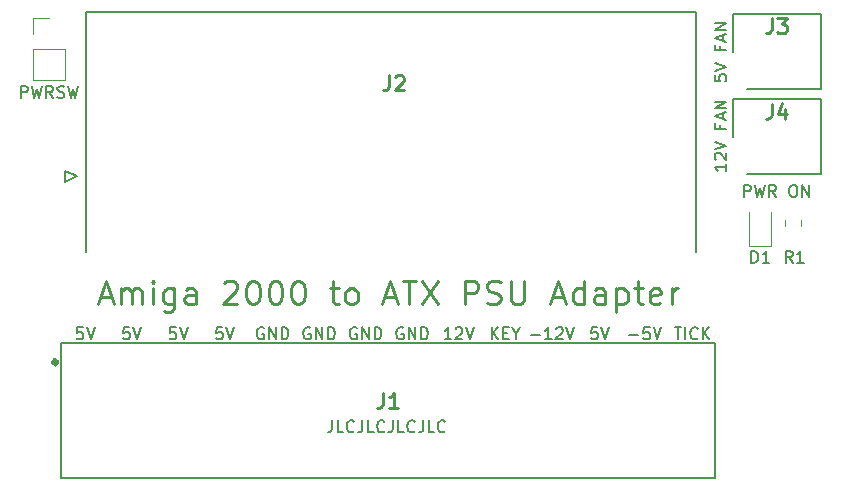
<source format=gbr>
%TF.GenerationSoftware,KiCad,Pcbnew,(5.1.6)-1*%
%TF.CreationDate,2022-09-15T12:09:31-04:00*%
%TF.ProjectId,Amiga-2000-ATX,416d6967-612d-4323-9030-302d4154582e,rev?*%
%TF.SameCoordinates,Original*%
%TF.FileFunction,Legend,Top*%
%TF.FilePolarity,Positive*%
%FSLAX46Y46*%
G04 Gerber Fmt 4.6, Leading zero omitted, Abs format (unit mm)*
G04 Created by KiCad (PCBNEW (5.1.6)-1) date 2022-09-15 12:09:31*
%MOMM*%
%LPD*%
G01*
G04 APERTURE LIST*
%ADD10C,0.250000*%
%ADD11C,0.150000*%
%ADD12C,0.120000*%
%ADD13C,0.200000*%
%ADD14C,0.500000*%
%ADD15C,0.127000*%
%ADD16C,0.254000*%
G04 APERTURE END LIST*
D10*
X127384047Y-66373333D02*
X128336428Y-66373333D01*
X127193571Y-66944761D02*
X127860238Y-64944761D01*
X128526904Y-66944761D01*
X129193571Y-66944761D02*
X129193571Y-65611428D01*
X129193571Y-65801904D02*
X129288809Y-65706666D01*
X129479285Y-65611428D01*
X129764999Y-65611428D01*
X129955476Y-65706666D01*
X130050714Y-65897142D01*
X130050714Y-66944761D01*
X130050714Y-65897142D02*
X130145952Y-65706666D01*
X130336428Y-65611428D01*
X130622142Y-65611428D01*
X130812619Y-65706666D01*
X130907857Y-65897142D01*
X130907857Y-66944761D01*
X131860238Y-66944761D02*
X131860238Y-65611428D01*
X131860238Y-64944761D02*
X131764999Y-65040000D01*
X131860238Y-65135238D01*
X131955476Y-65040000D01*
X131860238Y-64944761D01*
X131860238Y-65135238D01*
X133669761Y-65611428D02*
X133669761Y-67230476D01*
X133574523Y-67420952D01*
X133479285Y-67516190D01*
X133288809Y-67611428D01*
X133003095Y-67611428D01*
X132812619Y-67516190D01*
X133669761Y-66849523D02*
X133479285Y-66944761D01*
X133098333Y-66944761D01*
X132907857Y-66849523D01*
X132812619Y-66754285D01*
X132717380Y-66563809D01*
X132717380Y-65992380D01*
X132812619Y-65801904D01*
X132907857Y-65706666D01*
X133098333Y-65611428D01*
X133479285Y-65611428D01*
X133669761Y-65706666D01*
X135479285Y-66944761D02*
X135479285Y-65897142D01*
X135384047Y-65706666D01*
X135193571Y-65611428D01*
X134812619Y-65611428D01*
X134622142Y-65706666D01*
X135479285Y-66849523D02*
X135288809Y-66944761D01*
X134812619Y-66944761D01*
X134622142Y-66849523D01*
X134526904Y-66659047D01*
X134526904Y-66468571D01*
X134622142Y-66278095D01*
X134812619Y-66182857D01*
X135288809Y-66182857D01*
X135479285Y-66087619D01*
X137860238Y-65135238D02*
X137955476Y-65040000D01*
X138145952Y-64944761D01*
X138622142Y-64944761D01*
X138812619Y-65040000D01*
X138907857Y-65135238D01*
X139003095Y-65325714D01*
X139003095Y-65516190D01*
X138907857Y-65801904D01*
X137765000Y-66944761D01*
X139003095Y-66944761D01*
X140241190Y-64944761D02*
X140431666Y-64944761D01*
X140622142Y-65040000D01*
X140717380Y-65135238D01*
X140812619Y-65325714D01*
X140907857Y-65706666D01*
X140907857Y-66182857D01*
X140812619Y-66563809D01*
X140717380Y-66754285D01*
X140622142Y-66849523D01*
X140431666Y-66944761D01*
X140241190Y-66944761D01*
X140050714Y-66849523D01*
X139955476Y-66754285D01*
X139860238Y-66563809D01*
X139765000Y-66182857D01*
X139765000Y-65706666D01*
X139860238Y-65325714D01*
X139955476Y-65135238D01*
X140050714Y-65040000D01*
X140241190Y-64944761D01*
X142145952Y-64944761D02*
X142336428Y-64944761D01*
X142526904Y-65040000D01*
X142622142Y-65135238D01*
X142717380Y-65325714D01*
X142812619Y-65706666D01*
X142812619Y-66182857D01*
X142717380Y-66563809D01*
X142622142Y-66754285D01*
X142526904Y-66849523D01*
X142336428Y-66944761D01*
X142145952Y-66944761D01*
X141955476Y-66849523D01*
X141860238Y-66754285D01*
X141765000Y-66563809D01*
X141669761Y-66182857D01*
X141669761Y-65706666D01*
X141765000Y-65325714D01*
X141860238Y-65135238D01*
X141955476Y-65040000D01*
X142145952Y-64944761D01*
X144050714Y-64944761D02*
X144241190Y-64944761D01*
X144431666Y-65040000D01*
X144526904Y-65135238D01*
X144622142Y-65325714D01*
X144717380Y-65706666D01*
X144717380Y-66182857D01*
X144622142Y-66563809D01*
X144526904Y-66754285D01*
X144431666Y-66849523D01*
X144241190Y-66944761D01*
X144050714Y-66944761D01*
X143860238Y-66849523D01*
X143765000Y-66754285D01*
X143669761Y-66563809D01*
X143574523Y-66182857D01*
X143574523Y-65706666D01*
X143669761Y-65325714D01*
X143765000Y-65135238D01*
X143860238Y-65040000D01*
X144050714Y-64944761D01*
X146812619Y-65611428D02*
X147574523Y-65611428D01*
X147098333Y-64944761D02*
X147098333Y-66659047D01*
X147193571Y-66849523D01*
X147384047Y-66944761D01*
X147574523Y-66944761D01*
X148526904Y-66944761D02*
X148336428Y-66849523D01*
X148241190Y-66754285D01*
X148145952Y-66563809D01*
X148145952Y-65992380D01*
X148241190Y-65801904D01*
X148336428Y-65706666D01*
X148526904Y-65611428D01*
X148812619Y-65611428D01*
X149003095Y-65706666D01*
X149098333Y-65801904D01*
X149193571Y-65992380D01*
X149193571Y-66563809D01*
X149098333Y-66754285D01*
X149003095Y-66849523D01*
X148812619Y-66944761D01*
X148526904Y-66944761D01*
X151479285Y-66373333D02*
X152431666Y-66373333D01*
X151288809Y-66944761D02*
X151955476Y-64944761D01*
X152622142Y-66944761D01*
X153003095Y-64944761D02*
X154145952Y-64944761D01*
X153574523Y-66944761D02*
X153574523Y-64944761D01*
X154622142Y-64944761D02*
X155955476Y-66944761D01*
X155955476Y-64944761D02*
X154622142Y-66944761D01*
X158241190Y-66944761D02*
X158241190Y-64944761D01*
X159003095Y-64944761D01*
X159193571Y-65040000D01*
X159288809Y-65135238D01*
X159384047Y-65325714D01*
X159384047Y-65611428D01*
X159288809Y-65801904D01*
X159193571Y-65897142D01*
X159003095Y-65992380D01*
X158241190Y-65992380D01*
X160145952Y-66849523D02*
X160431666Y-66944761D01*
X160907857Y-66944761D01*
X161098333Y-66849523D01*
X161193571Y-66754285D01*
X161288809Y-66563809D01*
X161288809Y-66373333D01*
X161193571Y-66182857D01*
X161098333Y-66087619D01*
X160907857Y-65992380D01*
X160526904Y-65897142D01*
X160336428Y-65801904D01*
X160241190Y-65706666D01*
X160145952Y-65516190D01*
X160145952Y-65325714D01*
X160241190Y-65135238D01*
X160336428Y-65040000D01*
X160526904Y-64944761D01*
X161003095Y-64944761D01*
X161288809Y-65040000D01*
X162145952Y-64944761D02*
X162145952Y-66563809D01*
X162241190Y-66754285D01*
X162336428Y-66849523D01*
X162526904Y-66944761D01*
X162907857Y-66944761D01*
X163098333Y-66849523D01*
X163193571Y-66754285D01*
X163288809Y-66563809D01*
X163288809Y-64944761D01*
X165669761Y-66373333D02*
X166622142Y-66373333D01*
X165479285Y-66944761D02*
X166145952Y-64944761D01*
X166812619Y-66944761D01*
X168336428Y-66944761D02*
X168336428Y-64944761D01*
X168336428Y-66849523D02*
X168145952Y-66944761D01*
X167764999Y-66944761D01*
X167574523Y-66849523D01*
X167479285Y-66754285D01*
X167384047Y-66563809D01*
X167384047Y-65992380D01*
X167479285Y-65801904D01*
X167574523Y-65706666D01*
X167764999Y-65611428D01*
X168145952Y-65611428D01*
X168336428Y-65706666D01*
X170145952Y-66944761D02*
X170145952Y-65897142D01*
X170050714Y-65706666D01*
X169860238Y-65611428D01*
X169479285Y-65611428D01*
X169288809Y-65706666D01*
X170145952Y-66849523D02*
X169955476Y-66944761D01*
X169479285Y-66944761D01*
X169288809Y-66849523D01*
X169193571Y-66659047D01*
X169193571Y-66468571D01*
X169288809Y-66278095D01*
X169479285Y-66182857D01*
X169955476Y-66182857D01*
X170145952Y-66087619D01*
X171098333Y-65611428D02*
X171098333Y-67611428D01*
X171098333Y-65706666D02*
X171288809Y-65611428D01*
X171669761Y-65611428D01*
X171860238Y-65706666D01*
X171955476Y-65801904D01*
X172050714Y-65992380D01*
X172050714Y-66563809D01*
X171955476Y-66754285D01*
X171860238Y-66849523D01*
X171669761Y-66944761D01*
X171288809Y-66944761D01*
X171098333Y-66849523D01*
X172622142Y-65611428D02*
X173384047Y-65611428D01*
X172907857Y-64944761D02*
X172907857Y-66659047D01*
X173003095Y-66849523D01*
X173193571Y-66944761D01*
X173384047Y-66944761D01*
X174812619Y-66849523D02*
X174622142Y-66944761D01*
X174241190Y-66944761D01*
X174050714Y-66849523D01*
X173955476Y-66659047D01*
X173955476Y-65897142D01*
X174050714Y-65706666D01*
X174241190Y-65611428D01*
X174622142Y-65611428D01*
X174812619Y-65706666D01*
X174907857Y-65897142D01*
X174907857Y-66087619D01*
X173955476Y-66278095D01*
X175764999Y-66944761D02*
X175764999Y-65611428D01*
X175764999Y-65992380D02*
X175860238Y-65801904D01*
X175955476Y-65706666D01*
X176145952Y-65611428D01*
X176336428Y-65611428D01*
D11*
X179411380Y-47545380D02*
X179411380Y-48021571D01*
X179887571Y-48069190D01*
X179839952Y-48021571D01*
X179792333Y-47926333D01*
X179792333Y-47688238D01*
X179839952Y-47593000D01*
X179887571Y-47545380D01*
X179982809Y-47497761D01*
X180220904Y-47497761D01*
X180316142Y-47545380D01*
X180363761Y-47593000D01*
X180411380Y-47688238D01*
X180411380Y-47926333D01*
X180363761Y-48021571D01*
X180316142Y-48069190D01*
X179411380Y-47212047D02*
X180411380Y-46878714D01*
X179411380Y-46545380D01*
X179887571Y-45116809D02*
X179887571Y-45450142D01*
X180411380Y-45450142D02*
X179411380Y-45450142D01*
X179411380Y-44973952D01*
X180125666Y-44640619D02*
X180125666Y-44164428D01*
X180411380Y-44735857D02*
X179411380Y-44402523D01*
X180411380Y-44069190D01*
X180411380Y-43735857D02*
X179411380Y-43735857D01*
X180411380Y-43164428D01*
X179411380Y-43164428D01*
X180411380Y-55085952D02*
X180411380Y-55657380D01*
X180411380Y-55371666D02*
X179411380Y-55371666D01*
X179554238Y-55466904D01*
X179649476Y-55562142D01*
X179697095Y-55657380D01*
X179506619Y-54705000D02*
X179459000Y-54657380D01*
X179411380Y-54562142D01*
X179411380Y-54324047D01*
X179459000Y-54228809D01*
X179506619Y-54181190D01*
X179601857Y-54133571D01*
X179697095Y-54133571D01*
X179839952Y-54181190D01*
X180411380Y-54752619D01*
X180411380Y-54133571D01*
X179411380Y-53847857D02*
X180411380Y-53514523D01*
X179411380Y-53181190D01*
X179887571Y-51752619D02*
X179887571Y-52085952D01*
X180411380Y-52085952D02*
X179411380Y-52085952D01*
X179411380Y-51609761D01*
X180125666Y-51276428D02*
X180125666Y-50800238D01*
X180411380Y-51371666D02*
X179411380Y-51038333D01*
X180411380Y-50705000D01*
X180411380Y-50371666D02*
X179411380Y-50371666D01*
X180411380Y-49800238D01*
X179411380Y-49800238D01*
X181896095Y-57856380D02*
X181896095Y-56856380D01*
X182277047Y-56856380D01*
X182372285Y-56904000D01*
X182419904Y-56951619D01*
X182467523Y-57046857D01*
X182467523Y-57189714D01*
X182419904Y-57284952D01*
X182372285Y-57332571D01*
X182277047Y-57380190D01*
X181896095Y-57380190D01*
X182800857Y-56856380D02*
X183038952Y-57856380D01*
X183229428Y-57142095D01*
X183419904Y-57856380D01*
X183658000Y-56856380D01*
X184610380Y-57856380D02*
X184277047Y-57380190D01*
X184038952Y-57856380D02*
X184038952Y-56856380D01*
X184419904Y-56856380D01*
X184515142Y-56904000D01*
X184562761Y-56951619D01*
X184610380Y-57046857D01*
X184610380Y-57189714D01*
X184562761Y-57284952D01*
X184515142Y-57332571D01*
X184419904Y-57380190D01*
X184038952Y-57380190D01*
X185991333Y-56856380D02*
X186181809Y-56856380D01*
X186277047Y-56904000D01*
X186372285Y-56999238D01*
X186419904Y-57189714D01*
X186419904Y-57523047D01*
X186372285Y-57713523D01*
X186277047Y-57808761D01*
X186181809Y-57856380D01*
X185991333Y-57856380D01*
X185896095Y-57808761D01*
X185800857Y-57713523D01*
X185753238Y-57523047D01*
X185753238Y-57189714D01*
X185800857Y-56999238D01*
X185896095Y-56904000D01*
X185991333Y-56856380D01*
X186848476Y-57856380D02*
X186848476Y-56856380D01*
X187419904Y-57856380D01*
X187419904Y-56856380D01*
X176022190Y-68921380D02*
X176593619Y-68921380D01*
X176307904Y-69921380D02*
X176307904Y-68921380D01*
X176926952Y-69921380D02*
X176926952Y-68921380D01*
X177974571Y-69826142D02*
X177926952Y-69873761D01*
X177784095Y-69921380D01*
X177688857Y-69921380D01*
X177546000Y-69873761D01*
X177450761Y-69778523D01*
X177403142Y-69683285D01*
X177355523Y-69492809D01*
X177355523Y-69349952D01*
X177403142Y-69159476D01*
X177450761Y-69064238D01*
X177546000Y-68969000D01*
X177688857Y-68921380D01*
X177784095Y-68921380D01*
X177926952Y-68969000D01*
X177974571Y-69016619D01*
X178403142Y-69921380D02*
X178403142Y-68921380D01*
X178974571Y-69921380D02*
X178546000Y-69349952D01*
X178974571Y-68921380D02*
X178403142Y-69492809D01*
X172196285Y-69540428D02*
X172958190Y-69540428D01*
X173910571Y-68921380D02*
X173434380Y-68921380D01*
X173386761Y-69397571D01*
X173434380Y-69349952D01*
X173529619Y-69302333D01*
X173767714Y-69302333D01*
X173862952Y-69349952D01*
X173910571Y-69397571D01*
X173958190Y-69492809D01*
X173958190Y-69730904D01*
X173910571Y-69826142D01*
X173862952Y-69873761D01*
X173767714Y-69921380D01*
X173529619Y-69921380D01*
X173434380Y-69873761D01*
X173386761Y-69826142D01*
X174243904Y-68921380D02*
X174577238Y-69921380D01*
X174910571Y-68921380D01*
X169481523Y-68921380D02*
X169005333Y-68921380D01*
X168957714Y-69397571D01*
X169005333Y-69349952D01*
X169100571Y-69302333D01*
X169338666Y-69302333D01*
X169433904Y-69349952D01*
X169481523Y-69397571D01*
X169529142Y-69492809D01*
X169529142Y-69730904D01*
X169481523Y-69826142D01*
X169433904Y-69873761D01*
X169338666Y-69921380D01*
X169100571Y-69921380D01*
X169005333Y-69873761D01*
X168957714Y-69826142D01*
X169814857Y-68921380D02*
X170148190Y-69921380D01*
X170481523Y-68921380D01*
X163846095Y-69540428D02*
X164608000Y-69540428D01*
X165608000Y-69921380D02*
X165036571Y-69921380D01*
X165322285Y-69921380D02*
X165322285Y-68921380D01*
X165227047Y-69064238D01*
X165131809Y-69159476D01*
X165036571Y-69207095D01*
X165988952Y-69016619D02*
X166036571Y-68969000D01*
X166131809Y-68921380D01*
X166369904Y-68921380D01*
X166465142Y-68969000D01*
X166512761Y-69016619D01*
X166560380Y-69111857D01*
X166560380Y-69207095D01*
X166512761Y-69349952D01*
X165941333Y-69921380D01*
X166560380Y-69921380D01*
X166846095Y-68921380D02*
X167179428Y-69921380D01*
X167512761Y-68921380D01*
X160528142Y-69921380D02*
X160528142Y-68921380D01*
X161099571Y-69921380D02*
X160671000Y-69349952D01*
X161099571Y-68921380D02*
X160528142Y-69492809D01*
X161528142Y-69397571D02*
X161861476Y-69397571D01*
X162004333Y-69921380D02*
X161528142Y-69921380D01*
X161528142Y-68921380D01*
X162004333Y-68921380D01*
X162623380Y-69445190D02*
X162623380Y-69921380D01*
X162290047Y-68921380D02*
X162623380Y-69445190D01*
X162956714Y-68921380D01*
X157114952Y-69921380D02*
X156543523Y-69921380D01*
X156829238Y-69921380D02*
X156829238Y-68921380D01*
X156734000Y-69064238D01*
X156638761Y-69159476D01*
X156543523Y-69207095D01*
X157495904Y-69016619D02*
X157543523Y-68969000D01*
X157638761Y-68921380D01*
X157876857Y-68921380D01*
X157972095Y-68969000D01*
X158019714Y-69016619D01*
X158067333Y-69111857D01*
X158067333Y-69207095D01*
X158019714Y-69349952D01*
X157448285Y-69921380D01*
X158067333Y-69921380D01*
X158353047Y-68921380D02*
X158686380Y-69921380D01*
X159019714Y-68921380D01*
X153035095Y-68969000D02*
X152939857Y-68921380D01*
X152797000Y-68921380D01*
X152654142Y-68969000D01*
X152558904Y-69064238D01*
X152511285Y-69159476D01*
X152463666Y-69349952D01*
X152463666Y-69492809D01*
X152511285Y-69683285D01*
X152558904Y-69778523D01*
X152654142Y-69873761D01*
X152797000Y-69921380D01*
X152892238Y-69921380D01*
X153035095Y-69873761D01*
X153082714Y-69826142D01*
X153082714Y-69492809D01*
X152892238Y-69492809D01*
X153511285Y-69921380D02*
X153511285Y-68921380D01*
X154082714Y-69921380D01*
X154082714Y-68921380D01*
X154558904Y-69921380D02*
X154558904Y-68921380D01*
X154797000Y-68921380D01*
X154939857Y-68969000D01*
X155035095Y-69064238D01*
X155082714Y-69159476D01*
X155130333Y-69349952D01*
X155130333Y-69492809D01*
X155082714Y-69683285D01*
X155035095Y-69778523D01*
X154939857Y-69873761D01*
X154797000Y-69921380D01*
X154558904Y-69921380D01*
X149098095Y-68969000D02*
X149002857Y-68921380D01*
X148860000Y-68921380D01*
X148717142Y-68969000D01*
X148621904Y-69064238D01*
X148574285Y-69159476D01*
X148526666Y-69349952D01*
X148526666Y-69492809D01*
X148574285Y-69683285D01*
X148621904Y-69778523D01*
X148717142Y-69873761D01*
X148860000Y-69921380D01*
X148955238Y-69921380D01*
X149098095Y-69873761D01*
X149145714Y-69826142D01*
X149145714Y-69492809D01*
X148955238Y-69492809D01*
X149574285Y-69921380D02*
X149574285Y-68921380D01*
X150145714Y-69921380D01*
X150145714Y-68921380D01*
X150621904Y-69921380D02*
X150621904Y-68921380D01*
X150860000Y-68921380D01*
X151002857Y-68969000D01*
X151098095Y-69064238D01*
X151145714Y-69159476D01*
X151193333Y-69349952D01*
X151193333Y-69492809D01*
X151145714Y-69683285D01*
X151098095Y-69778523D01*
X151002857Y-69873761D01*
X150860000Y-69921380D01*
X150621904Y-69921380D01*
X145161095Y-68969000D02*
X145065857Y-68921380D01*
X144923000Y-68921380D01*
X144780142Y-68969000D01*
X144684904Y-69064238D01*
X144637285Y-69159476D01*
X144589666Y-69349952D01*
X144589666Y-69492809D01*
X144637285Y-69683285D01*
X144684904Y-69778523D01*
X144780142Y-69873761D01*
X144923000Y-69921380D01*
X145018238Y-69921380D01*
X145161095Y-69873761D01*
X145208714Y-69826142D01*
X145208714Y-69492809D01*
X145018238Y-69492809D01*
X145637285Y-69921380D02*
X145637285Y-68921380D01*
X146208714Y-69921380D01*
X146208714Y-68921380D01*
X146684904Y-69921380D02*
X146684904Y-68921380D01*
X146923000Y-68921380D01*
X147065857Y-68969000D01*
X147161095Y-69064238D01*
X147208714Y-69159476D01*
X147256333Y-69349952D01*
X147256333Y-69492809D01*
X147208714Y-69683285D01*
X147161095Y-69778523D01*
X147065857Y-69873761D01*
X146923000Y-69921380D01*
X146684904Y-69921380D01*
X141224095Y-68969000D02*
X141128857Y-68921380D01*
X140986000Y-68921380D01*
X140843142Y-68969000D01*
X140747904Y-69064238D01*
X140700285Y-69159476D01*
X140652666Y-69349952D01*
X140652666Y-69492809D01*
X140700285Y-69683285D01*
X140747904Y-69778523D01*
X140843142Y-69873761D01*
X140986000Y-69921380D01*
X141081238Y-69921380D01*
X141224095Y-69873761D01*
X141271714Y-69826142D01*
X141271714Y-69492809D01*
X141081238Y-69492809D01*
X141700285Y-69921380D02*
X141700285Y-68921380D01*
X142271714Y-69921380D01*
X142271714Y-68921380D01*
X142747904Y-69921380D02*
X142747904Y-68921380D01*
X142986000Y-68921380D01*
X143128857Y-68969000D01*
X143224095Y-69064238D01*
X143271714Y-69159476D01*
X143319333Y-69349952D01*
X143319333Y-69492809D01*
X143271714Y-69683285D01*
X143224095Y-69778523D01*
X143128857Y-69873761D01*
X142986000Y-69921380D01*
X142747904Y-69921380D01*
X137731523Y-68921380D02*
X137255333Y-68921380D01*
X137207714Y-69397571D01*
X137255333Y-69349952D01*
X137350571Y-69302333D01*
X137588666Y-69302333D01*
X137683904Y-69349952D01*
X137731523Y-69397571D01*
X137779142Y-69492809D01*
X137779142Y-69730904D01*
X137731523Y-69826142D01*
X137683904Y-69873761D01*
X137588666Y-69921380D01*
X137350571Y-69921380D01*
X137255333Y-69873761D01*
X137207714Y-69826142D01*
X138064857Y-68921380D02*
X138398190Y-69921380D01*
X138731523Y-68921380D01*
X133794523Y-68921380D02*
X133318333Y-68921380D01*
X133270714Y-69397571D01*
X133318333Y-69349952D01*
X133413571Y-69302333D01*
X133651666Y-69302333D01*
X133746904Y-69349952D01*
X133794523Y-69397571D01*
X133842142Y-69492809D01*
X133842142Y-69730904D01*
X133794523Y-69826142D01*
X133746904Y-69873761D01*
X133651666Y-69921380D01*
X133413571Y-69921380D01*
X133318333Y-69873761D01*
X133270714Y-69826142D01*
X134127857Y-68921380D02*
X134461190Y-69921380D01*
X134794523Y-68921380D01*
X129857523Y-68921380D02*
X129381333Y-68921380D01*
X129333714Y-69397571D01*
X129381333Y-69349952D01*
X129476571Y-69302333D01*
X129714666Y-69302333D01*
X129809904Y-69349952D01*
X129857523Y-69397571D01*
X129905142Y-69492809D01*
X129905142Y-69730904D01*
X129857523Y-69826142D01*
X129809904Y-69873761D01*
X129714666Y-69921380D01*
X129476571Y-69921380D01*
X129381333Y-69873761D01*
X129333714Y-69826142D01*
X130190857Y-68921380D02*
X130524190Y-69921380D01*
X130857523Y-68921380D01*
X125920523Y-68921380D02*
X125444333Y-68921380D01*
X125396714Y-69397571D01*
X125444333Y-69349952D01*
X125539571Y-69302333D01*
X125777666Y-69302333D01*
X125872904Y-69349952D01*
X125920523Y-69397571D01*
X125968142Y-69492809D01*
X125968142Y-69730904D01*
X125920523Y-69826142D01*
X125872904Y-69873761D01*
X125777666Y-69921380D01*
X125539571Y-69921380D01*
X125444333Y-69873761D01*
X125396714Y-69826142D01*
X126253857Y-68921380D02*
X126587190Y-69921380D01*
X126920523Y-68921380D01*
X147018952Y-76795380D02*
X147018952Y-77509666D01*
X146971333Y-77652523D01*
X146876095Y-77747761D01*
X146733238Y-77795380D01*
X146638000Y-77795380D01*
X147971333Y-77795380D02*
X147495142Y-77795380D01*
X147495142Y-76795380D01*
X148876095Y-77700142D02*
X148828476Y-77747761D01*
X148685619Y-77795380D01*
X148590380Y-77795380D01*
X148447523Y-77747761D01*
X148352285Y-77652523D01*
X148304666Y-77557285D01*
X148257047Y-77366809D01*
X148257047Y-77223952D01*
X148304666Y-77033476D01*
X148352285Y-76938238D01*
X148447523Y-76843000D01*
X148590380Y-76795380D01*
X148685619Y-76795380D01*
X148828476Y-76843000D01*
X148876095Y-76890619D01*
X149590380Y-76795380D02*
X149590380Y-77509666D01*
X149542761Y-77652523D01*
X149447523Y-77747761D01*
X149304666Y-77795380D01*
X149209428Y-77795380D01*
X150542761Y-77795380D02*
X150066571Y-77795380D01*
X150066571Y-76795380D01*
X151447523Y-77700142D02*
X151399904Y-77747761D01*
X151257047Y-77795380D01*
X151161809Y-77795380D01*
X151018952Y-77747761D01*
X150923714Y-77652523D01*
X150876095Y-77557285D01*
X150828476Y-77366809D01*
X150828476Y-77223952D01*
X150876095Y-77033476D01*
X150923714Y-76938238D01*
X151018952Y-76843000D01*
X151161809Y-76795380D01*
X151257047Y-76795380D01*
X151399904Y-76843000D01*
X151447523Y-76890619D01*
X152161809Y-76795380D02*
X152161809Y-77509666D01*
X152114190Y-77652523D01*
X152018952Y-77747761D01*
X151876095Y-77795380D01*
X151780857Y-77795380D01*
X153114190Y-77795380D02*
X152638000Y-77795380D01*
X152638000Y-76795380D01*
X154018952Y-77700142D02*
X153971333Y-77747761D01*
X153828476Y-77795380D01*
X153733238Y-77795380D01*
X153590380Y-77747761D01*
X153495142Y-77652523D01*
X153447523Y-77557285D01*
X153399904Y-77366809D01*
X153399904Y-77223952D01*
X153447523Y-77033476D01*
X153495142Y-76938238D01*
X153590380Y-76843000D01*
X153733238Y-76795380D01*
X153828476Y-76795380D01*
X153971333Y-76843000D01*
X154018952Y-76890619D01*
X154733238Y-76795380D02*
X154733238Y-77509666D01*
X154685619Y-77652523D01*
X154590380Y-77747761D01*
X154447523Y-77795380D01*
X154352285Y-77795380D01*
X155685619Y-77795380D02*
X155209428Y-77795380D01*
X155209428Y-76795380D01*
X156590380Y-77700142D02*
X156542761Y-77747761D01*
X156399904Y-77795380D01*
X156304666Y-77795380D01*
X156161809Y-77747761D01*
X156066571Y-77652523D01*
X156018952Y-77557285D01*
X155971333Y-77366809D01*
X155971333Y-77223952D01*
X156018952Y-77033476D01*
X156066571Y-76938238D01*
X156161809Y-76843000D01*
X156304666Y-76795380D01*
X156399904Y-76795380D01*
X156542761Y-76843000D01*
X156590380Y-76890619D01*
D12*
%TO.C,D1*%
X182351000Y-59144500D02*
X182351000Y-62029500D01*
X182351000Y-62029500D02*
X184171000Y-62029500D01*
X184171000Y-62029500D02*
X184171000Y-59144500D01*
D13*
%TO.C,J1*%
X124079000Y-70265001D02*
X179481000Y-70265001D01*
X179481000Y-70265001D02*
X179481000Y-81675001D01*
X179481000Y-81675001D02*
X124079000Y-81675001D01*
X124079000Y-81675001D02*
X124079000Y-70265001D01*
D14*
X123698000Y-71865001D02*
G75*
G03*
X123698000Y-71865001I-127000J0D01*
G01*
D15*
%TO.C,J2*%
X126205000Y-62534000D02*
X126205000Y-42234000D01*
X126205000Y-42234000D02*
X177805000Y-42234000D01*
X177805000Y-42234000D02*
X177805000Y-62534000D01*
X124405000Y-56634000D02*
X124405000Y-55634000D01*
X124405000Y-55634000D02*
X125405000Y-56134000D01*
X125405000Y-56134000D02*
X124405000Y-56634000D01*
D13*
%TO.C,J3*%
X180928000Y-42343000D02*
X180928000Y-45593000D01*
X188398000Y-42343000D02*
X180928000Y-42343000D01*
X188398000Y-48693000D02*
X188398000Y-42343000D01*
X182118000Y-48693000D02*
X188398000Y-48693000D01*
%TO.C,J4*%
X182118000Y-55932000D02*
X188398000Y-55932000D01*
X188398000Y-55932000D02*
X188398000Y-49582000D01*
X188398000Y-49582000D02*
X180928000Y-49582000D01*
X180928000Y-49582000D02*
X180928000Y-52832000D01*
D12*
%TO.C,PWRSW*%
X121733000Y-47939000D02*
X124393000Y-47939000D01*
X121733000Y-45339000D02*
X121733000Y-47939000D01*
X124393000Y-45339000D02*
X124393000Y-47939000D01*
X121733000Y-45339000D02*
X124393000Y-45339000D01*
X121733000Y-44069000D02*
X121733000Y-42739000D01*
X121733000Y-42739000D02*
X123063000Y-42739000D01*
%TO.C,R1*%
X186765000Y-59809748D02*
X186765000Y-60332252D01*
X185345000Y-59809748D02*
X185345000Y-60332252D01*
%TO.C,D1*%
D11*
X182522904Y-63444380D02*
X182522904Y-62444380D01*
X182761000Y-62444380D01*
X182903857Y-62492000D01*
X182999095Y-62587238D01*
X183046714Y-62682476D01*
X183094333Y-62872952D01*
X183094333Y-63015809D01*
X183046714Y-63206285D01*
X182999095Y-63301523D01*
X182903857Y-63396761D01*
X182761000Y-63444380D01*
X182522904Y-63444380D01*
X184046714Y-63444380D02*
X183475285Y-63444380D01*
X183761000Y-63444380D02*
X183761000Y-62444380D01*
X183665761Y-62587238D01*
X183570523Y-62682476D01*
X183475285Y-62730095D01*
%TO.C,J1*%
D16*
X151341666Y-74471524D02*
X151341666Y-75378667D01*
X151281190Y-75560096D01*
X151160238Y-75681048D01*
X150978809Y-75741524D01*
X150857857Y-75741524D01*
X152611666Y-75741524D02*
X151885952Y-75741524D01*
X152248809Y-75741524D02*
X152248809Y-74471524D01*
X152127857Y-74652953D01*
X152006904Y-74773905D01*
X151885952Y-74834381D01*
%TO.C,J2*%
X151849666Y-47564523D02*
X151849666Y-48471666D01*
X151789190Y-48653095D01*
X151668238Y-48774047D01*
X151486809Y-48834523D01*
X151365857Y-48834523D01*
X152393952Y-47685476D02*
X152454428Y-47625000D01*
X152575380Y-47564523D01*
X152877761Y-47564523D01*
X152998714Y-47625000D01*
X153059190Y-47685476D01*
X153119666Y-47806428D01*
X153119666Y-47927380D01*
X153059190Y-48108809D01*
X152333476Y-48834523D01*
X153119666Y-48834523D01*
%TO.C,J3*%
X184234666Y-42738523D02*
X184234666Y-43645666D01*
X184174190Y-43827095D01*
X184053238Y-43948047D01*
X183871809Y-44008523D01*
X183750857Y-44008523D01*
X184718476Y-42738523D02*
X185504666Y-42738523D01*
X185081333Y-43222333D01*
X185262761Y-43222333D01*
X185383714Y-43282809D01*
X185444190Y-43343285D01*
X185504666Y-43464238D01*
X185504666Y-43766619D01*
X185444190Y-43887571D01*
X185383714Y-43948047D01*
X185262761Y-44008523D01*
X184899904Y-44008523D01*
X184778952Y-43948047D01*
X184718476Y-43887571D01*
%TO.C,J4*%
X184234666Y-49977523D02*
X184234666Y-50884666D01*
X184174190Y-51066095D01*
X184053238Y-51187047D01*
X183871809Y-51247523D01*
X183750857Y-51247523D01*
X185383714Y-50400857D02*
X185383714Y-51247523D01*
X185081333Y-49917047D02*
X184778952Y-50824190D01*
X185565142Y-50824190D01*
%TO.C,PWRSW*%
D11*
X120682047Y-49474380D02*
X120682047Y-48474380D01*
X121063000Y-48474380D01*
X121158238Y-48522000D01*
X121205857Y-48569619D01*
X121253476Y-48664857D01*
X121253476Y-48807714D01*
X121205857Y-48902952D01*
X121158238Y-48950571D01*
X121063000Y-48998190D01*
X120682047Y-48998190D01*
X121586809Y-48474380D02*
X121824904Y-49474380D01*
X122015380Y-48760095D01*
X122205857Y-49474380D01*
X122443952Y-48474380D01*
X123396333Y-49474380D02*
X123063000Y-48998190D01*
X122824904Y-49474380D02*
X122824904Y-48474380D01*
X123205857Y-48474380D01*
X123301095Y-48522000D01*
X123348714Y-48569619D01*
X123396333Y-48664857D01*
X123396333Y-48807714D01*
X123348714Y-48902952D01*
X123301095Y-48950571D01*
X123205857Y-48998190D01*
X122824904Y-48998190D01*
X123777285Y-49426761D02*
X123920142Y-49474380D01*
X124158238Y-49474380D01*
X124253476Y-49426761D01*
X124301095Y-49379142D01*
X124348714Y-49283904D01*
X124348714Y-49188666D01*
X124301095Y-49093428D01*
X124253476Y-49045809D01*
X124158238Y-48998190D01*
X123967761Y-48950571D01*
X123872523Y-48902952D01*
X123824904Y-48855333D01*
X123777285Y-48760095D01*
X123777285Y-48664857D01*
X123824904Y-48569619D01*
X123872523Y-48522000D01*
X123967761Y-48474380D01*
X124205857Y-48474380D01*
X124348714Y-48522000D01*
X124682047Y-48474380D02*
X124920142Y-49474380D01*
X125110619Y-48760095D01*
X125301095Y-49474380D01*
X125539190Y-48474380D01*
%TO.C,R1*%
X186015333Y-63444380D02*
X185682000Y-62968190D01*
X185443904Y-63444380D02*
X185443904Y-62444380D01*
X185824857Y-62444380D01*
X185920095Y-62492000D01*
X185967714Y-62539619D01*
X186015333Y-62634857D01*
X186015333Y-62777714D01*
X185967714Y-62872952D01*
X185920095Y-62920571D01*
X185824857Y-62968190D01*
X185443904Y-62968190D01*
X186967714Y-63444380D02*
X186396285Y-63444380D01*
X186682000Y-63444380D02*
X186682000Y-62444380D01*
X186586761Y-62587238D01*
X186491523Y-62682476D01*
X186396285Y-62730095D01*
%TD*%
M02*

</source>
